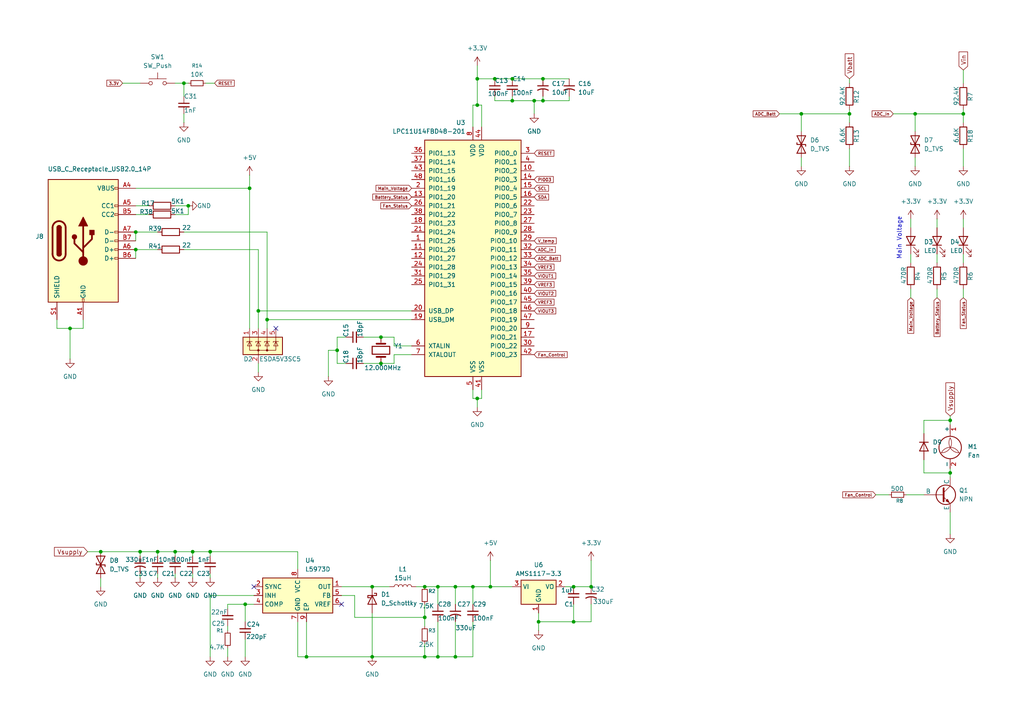
<source format=kicad_sch>
(kicad_sch (version 20250114) (generator "eeschema") (generator_version "9.0")
  (paper "A4")
  (lib_symbols
    (symbol "Connector:USB_C_Receptacle_USB2.0_14P" (pin_names (offset 1.016))
      (property "Reference" "J" (at 0 22.225 0))
      (property "Value" "USB_C_Receptacle_USB2.0_14P" (at 0 19.685 0))
      (symbol "USB_C_Receptacle_USB2.0_14P_1_1"
        (pin passive line (at -7.62 -22.86 90) (length 5.08) (name "SHIELD") (number "S1"))
        (pin passive line (at 0 -22.86 90) (length 5.08) (name "GND") (number "A1"))
        (pin passive line (at 0 -22.86 90) (length 5.08) (hide yes) (name "GND") (number "A12"))
        (pin passive line (at 0 -22.86 90) (length 5.08) (hide yes) (name "GND") (number "B1"))
        (pin passive line (at 0 -22.86 90) (length 5.08) (hide yes) (name "GND") (number "B12"))
        (pin passive line (at 15.24 15.24 180) (length 5.08) (name "VBUS") (number "A4"))
        (pin passive line (at 15.24 15.24 180) (length 5.08) (hide yes) (name "VBUS") (number "A9"))
        (pin passive line (at 15.24 15.24 180) (length 5.08) (hide yes) (name "VBUS") (number "B4"))
        (pin passive line (at 15.24 15.24 180) (length 5.08) (hide yes) (name "VBUS") (number "B9"))
        (pin bidirectional line (at 15.24 10.16 180) (length 5.08) (name "CC1") (number "A5"))
        (pin bidirectional line (at 15.24 7.62 180) (length 5.08) (name "CC2") (number "B5"))
        (pin bidirectional line (at 15.24 2.54 180) (length 5.08) (name "D-") (number "A7"))
        (pin bidirectional line (at 15.24 0 180) (length 5.08) (name "D-") (number "B7"))
        (pin bidirectional line (at 15.24 -2.54 180) (length 5.08) (name "D+") (number "A6"))
        (pin bidirectional line (at 15.24 -5.08 180) (length 5.08) (name "D+") (number "B6"))
      )
    )
    (symbol "Device:C_Small" (pin_numbers (hide yes)) (pin_names (offset 0.254) (hide yes))
      (property "Reference" "C" (at 0.254 1.778 0))
      (property "Value" "C_Small" (at 0.254 -2.032 0))
      (symbol "C_Small_1_1"
        (pin passive line (at 0 2.54 270) (length 2.032) (name "~") (number "1"))
        (pin passive line (at 0 -2.54 90) (length 2.032) (name "~") (number "2"))
      )
    )
    (symbol "Device:C_Small_US" (pin_numbers (hide yes)) (pin_names (offset 0.254) (hide yes))
      (property "Reference" "C" (at 0.254 1.778 0))
      (property "Value" "C_Small_US" (at 0.254 -2.032 0))
      (symbol "C_Small_US_1_1"
        (pin passive line (at 0 2.54 270) (length 2.032) (name "~") (number "1"))
        (pin passive line (at 0 -2.54 90) (length 2.032) (name "~") (number "2"))
      )
    )
    (symbol "Device:Crystal" (pin_numbers (hide yes)) (pin_names (offset 1.016) (hide yes))
      (property "Reference" "Y" (at 0 3.81 0))
      (property "Value" "Crystal" (at 0 -3.81 0))
      (symbol "Crystal_1_1"
        (pin passive line (at -3.81 0 0) (length 1.27) (name "1") (number "1"))
        (pin passive line (at 3.81 0 180) (length 1.27) (name "2") (number "2"))
      )
    )
    (symbol "Device:D" (pin_numbers (hide yes)) (pin_names (offset 1.016) (hide yes))
      (property "Reference" "D" (at 0 2.54 0))
      (property "Value" "D" (at 0 -2.54 0))
      (symbol "D_1_1"
        (pin passive line (at -3.81 0 0) (length 2.54) (name "K") (number "1"))
        (pin passive line (at 3.81 0 180) (length 2.54) (name "A") (number "2"))
      )
    )
    (symbol "Device:D_Schottky" (pin_numbers (hide yes)) (pin_names (offset 1.016) (hide yes))
      (property "Reference" "D" (at 0 2.54 0))
      (property "Value" "D_Schottky" (at 0 -2.54 0))
      (symbol "D_Schottky_1_1"
        (pin passive line (at -3.81 0 0) (length 2.54) (name "K") (number "1"))
        (pin passive line (at 3.81 0 180) (length 2.54) (name "A") (number "2"))
      )
    )
    (symbol "Device:D_TVS" (pin_numbers (hide yes)) (pin_names (offset 1.016) (hide yes))
      (property "Reference" "D" (at 0 2.54 0))
      (property "Value" "D_TVS" (at 0 -2.54 0))
      (symbol "D_TVS_1_1"
        (pin passive line (at -3.81 0 0) (length 2.54) (name "A1") (number "1"))
        (pin passive line (at 3.81 0 180) (length 2.54) (name "A2") (number "2"))
      )
    )
    (symbol "Device:L" (pin_numbers (hide yes)) (pin_names (offset 1.016) (hide yes))
      (property "Reference" "L" (at -1.27 0 90))
      (property "Value" "L" (at 1.905 0 90))
      (symbol "L_1_1"
        (pin passive line (at 0 3.81 270) (length 1.27) (name "1") (number "1"))
        (pin passive line (at 0 -3.81 90) (length 1.27) (name "2") (number "2"))
      )
    )
    (symbol "Device:LED" (pin_numbers (hide yes)) (pin_names (offset 1.016) (hide yes))
      (property "Reference" "D" (at 0 2.54 0))
      (property "Value" "LED" (at 0 -2.54 0))
      (symbol "LED_1_1"
        (pin passive line (at -3.81 0 0) (length 2.54) (name "K") (number "1"))
        (pin passive line (at 3.81 0 180) (length 2.54) (name "A") (number "2"))
      )
    )
    (symbol "Device:R" (pin_numbers (hide yes)) (pin_names (offset 0))
      (property "Reference" "R" (at 2.032 0 90))
      (property "Value" "R" (at 0 0 90))
      (symbol "R_1_1"
        (pin passive line (at 0 3.81 270) (length 1.27) (name "~") (number "1"))
        (pin passive line (at 0 -3.81 90) (length 1.27) (name "~") (number "2"))
      )
    )
    (symbol "Device:R_Small" (pin_numbers (hide yes)) (pin_names (offset 0.254) (hide yes))
      (property "Reference" "R" (at 0 0 90))
      (property "Value" "R_Small" (at 1.778 0 90))
      (symbol "R_Small_1_1"
        (pin passive line (at 0 2.54 270) (length 0.762) (name "~") (number "1"))
        (pin passive line (at 0 -2.54 90) (length 0.762) (name "~") (number "2"))
      )
    )
    (symbol "MCU_NXP_LPC:LPC11U14FBD48-201" (pin_names (offset 1.016))
      (property "Reference" "U" (at -12.7 35.56 0))
      (property "Value" "LPC11U14FBD48-201" (at 12.7 35.56 0))
      (symbol "LPC11U14FBD48-201_1_1"
        (pin bidirectional line (at -17.78 30.48 0) (length 3.81) (name "PIO0_0") (number "3"))
        (pin bidirectional line (at -17.78 27.94 0) (length 3.81) (name "PIO0_1") (number "4"))
        (pin bidirectional line (at -17.78 25.4 0) (length 3.81) (name "PIO0_2") (number "10"))
        (pin bidirectional line (at -17.78 22.86 0) (length 3.81) (name "PIO0_3") (number "14"))
        (pin bidirectional line (at -17.78 20.32 0) (length 3.81) (name "PIO0_4") (number "15"))
        (pin bidirectional line (at -17.78 17.78 0) (length 3.81) (name "PIO0_5") (number "16"))
        (pin bidirectional line (at -17.78 15.24 0) (length 3.81) (name "PIO0_6") (number "22"))
        (pin bidirectional line (at -17.78 12.7 0) (length 3.81) (name "PIO0_7") (number "23"))
        (pin bidirectional line (at -17.78 10.16 0) (length 3.81) (name "PIO0_8") (number "27"))
        (pin bidirectional line (at -17.78 7.62 0) (length 3.81) (name "PIO0_9") (number "28"))
        (pin bidirectional line (at -17.78 5.08 0) (length 3.81) (name "PIO0_10") (number "29"))
        (pin bidirectional line (at -17.78 2.54 0) (length 3.81) (name "PIO0_11") (number "32"))
        (pin bidirectional line (at -17.78 0 0) (length 3.81) (name "PIO0_12") (number "33"))
        (pin bidirectional line (at -17.78 -2.54 0) (length 3.81) (name "PIO0_13") (number "34"))
        (pin bidirectional line (at -17.78 -5.08 0) (length 3.81) (name "PIO0_14") (number "35"))
        (pin bidirectional line (at -17.78 -7.62 0) (length 3.81) (name "PIO0_15") (number "39"))
        (pin bidirectional line (at -17.78 -10.16 0) (length 3.81) (name "PIO0_16") (number "40"))
        (pin bidirectional line (at -17.78 -12.7 0) (length 3.81) (name "PIO0_17") (number "45"))
        (pin bidirectional line (at -17.78 -15.24 0) (length 3.81) (name "PIO0_18") (number "46"))
        (pin bidirectional line (at -17.78 -17.78 0) (length 3.81) (name "PIO0_19") (number "47"))
        (pin bidirectional line (at -17.78 -20.32 0) (length 3.81) (name "PIO0_20") (number "9"))
        (pin bidirectional line (at -17.78 -22.86 0) (length 3.81) (name "PIO0_21") (number "17"))
        (pin bidirectional line (at -17.78 -25.4 0) (length 3.81) (name "PIO0_22") (number "30"))
        (pin bidirectional line (at -17.78 -27.94 0) (length 3.81) (name "PIO0_23") (number "42"))
        (pin power_in line (at -2.54 38.1 270) (length 3.81) (name "VDD") (number "44"))
        (pin power_in line (at -2.54 -38.1 90) (length 3.81) (name "VSS") (number "41"))
        (pin power_in line (at 0 38.1 270) (length 3.81) (name "VDD") (number "8"))
        (pin power_in line (at 0 -38.1 90) (length 3.81) (name "VSS") (number "5"))
        (pin bidirectional line (at 17.78 30.48 180) (length 3.81) (name "PIO1_13") (number "36"))
        (pin bidirectional line (at 17.78 27.94 180) (length 3.81) (name "PIO1_14") (number "37"))
        (pin bidirectional line (at 17.78 25.4 180) (length 3.81) (name "PIO1_15") (number "43"))
        (pin bidirectional line (at 17.78 22.86 180) (length 3.81) (name "PIO1_16") (number "48"))
        (pin bidirectional line (at 17.78 20.32 180) (length 3.81) (name "PIO1_19") (number "2"))
        (pin bidirectional line (at 17.78 17.78 180) (length 3.81) (name "PIO1_20") (number "13"))
        (pin bidirectional line (at 17.78 15.24 180) (length 3.81) (name "PIO1_21") (number "26"))
        (pin bidirectional line (at 17.78 12.7 180) (length 3.81) (name "PIO1_22") (number "38"))
        (pin bidirectional line (at 17.78 10.16 180) (length 3.81) (name "PIO1_23") (number "18"))
        (pin bidirectional line (at 17.78 7.62 180) (length 3.81) (name "PIO1_24") (number "21"))
        (pin bidirectional line (at 17.78 5.08 180) (length 3.81) (name "PIO1_25") (number "1"))
        (pin bidirectional line (at 17.78 2.54 180) (length 3.81) (name "PIO1_26") (number "11"))
        (pin bidirectional line (at 17.78 0 180) (length 3.81) (name "PIO1_27") (number "12"))
        (pin bidirectional line (at 17.78 -2.54 180) (length 3.81) (name "PIO1_28") (number "24"))
        (pin bidirectional line (at 17.78 -5.08 180) (length 3.81) (name "PIO1_29") (number "31"))
        (pin bidirectional line (at 17.78 -7.62 180) (length 3.81) (name "PIO1_31") (number "25"))
        (pin bidirectional line (at 17.78 -15.24 180) (length 3.81) (name "USB_DP") (number "20"))
        (pin bidirectional line (at 17.78 -17.78 180) (length 3.81) (name "USB_DM") (number "19"))
        (pin input line (at 17.78 -25.4 180) (length 3.81) (name "XTALIN") (number "6"))
        (pin output line (at 17.78 -27.94 180) (length 3.81) (name "XTALOUT") (number "7"))
      )
    )
    (symbol "Motor:Fan" (pin_names (offset 0))
      (property "Reference" "M" (at 2.54 5.08 0))
      (property "Value" "Fan" (at 2.54 -2.54 0))
      (symbol "Fan_1_1"
        (pin passive line (at 0 7.62 270) (length 2.54) (name "+") (number "1"))
        (pin passive line (at 0 -5.08 90) (length 2.54) (name "-") (number "2"))
      )
    )
    (symbol "Power_Protection:ESDA5V3SC5" (pin_names (hide yes))
      (property "Reference" "D" (at 7.62 2.54 0))
      (property "Value" "ESDA5V3SC5" (at 7.62 0.635 0))
      (symbol "ESDA5V3SC5_0_0"
        (pin passive line (at 0 -5.08 90) (length 2.54) (name "A") (number "2"))
      )
      (symbol "ESDA5V3SC5_1_1"
        (pin passive line (at -2.54 5.08 270) (length 2.54) (name "K") (number "1"))
        (pin passive line (at 0 5.08 270) (length 2.54) (name "K") (number "3"))
        (pin passive line (at 2.54 5.08 270) (length 2.54) (name "K") (number "4"))
        (pin passive line (at 5.08 5.08 270) (length 2.54) (name "K") (number "5"))
      )
    )
    (symbol "Regulator_Linear:AMS1117-3.3"
      (property "Reference" "U" (at -3.81 3.175 0))
      (property "Value" "AMS1117-3.3" (at 0 3.175 0))
      (symbol "AMS1117-3.3_1_1"
        (pin power_in line (at -7.62 0 0) (length 2.54) (name "VI") (number "3"))
        (pin power_in line (at 0 -7.62 90) (length 2.54) (name "GND") (number "1"))
        (pin power_out line (at 7.62 0 180) (length 2.54) (name "VO") (number "2"))
      )
    )
    (symbol "Regulator_Switching:L5973D"
      (property "Reference" "U" (at -10.16 6.35 0))
      (property "Value" "L5973D" (at 3.81 6.35 0))
      (symbol "L5973D_1_1"
        (pin bidirectional line (at -12.7 2.54 0) (length 2.54) (name "SYNC") (number "2"))
        (pin input line (at -12.7 0 0) (length 2.54) (name "INH") (number "3"))
        (pin passive line (at -12.7 -2.54 0) (length 2.54) (name "COMP") (number "4"))
        (pin power_in line (at 0 7.62 270) (length 2.54) (name "VCC") (number "8"))
        (pin power_in line (at 0 -7.62 90) (length 2.54) (name "GND") (number "7"))
        (pin passive line (at 2.54 -7.62 90) (length 2.54) (name "EP") (number "9"))
        (pin output line (at 12.7 2.54 180) (length 2.54) (name "OUT") (number "1"))
        (pin input line (at 12.7 0 180) (length 2.54) (name "FB") (number "5"))
        (pin output line (at 12.7 -2.54 180) (length 2.54) (name "VREF") (number "6"))
      )
    )
    (symbol "Simulation_SPICE:NPN" (pin_numbers (hide yes)) (pin_names (offset 0))
      (property "Reference" "Q" (at -2.54 7.62 0))
      (property "Value" "NPN" (at -2.54 5.08 0))
      (symbol "NPN_1_1"
        (pin input line (at -5.08 0 0) (length 2.54) (name "B") (number "2"))
        (pin open_collector line (at 2.54 5.08 270) (length 2.54) (name "C") (number "1"))
        (pin open_emitter line (at 2.54 -5.08 90) (length 2.54) (name "E") (number "3"))
      )
    )
    (symbol "changes:SW_Push" (pin_numbers (hide yes)) (pin_names (offset 1.016) (hide yes))
      (property "Reference" "SW" (at 1.27 2.54 0))
      (property "Value" "SW_Push" (at 0 -1.524 0))
      (symbol "SW_Push_0_1"
        (pin passive line (at -5.08 0 0) (length 2.54) (name "1") (number "1"))
        (pin passive line (at 5.08 0 180) (length 2.54) (name "2") (number "2"))
      )
    )
    (symbol "power:+3.3V" (power) (pin_numbers (hide yes)) (pin_names (offset 0) (hide yes))
      (property "Value" "+3.3V" (at 0 3.556 0))
      (symbol "+3.3V_1_1"
        (pin power_in line (at 0 0 90) (length 0) (name "~") (number "1"))
      )
    )
    (symbol "power:+5V" (power) (pin_numbers (hide yes)) (pin_names (offset 0) (hide yes))
      (property "Value" "+5V" (at 0 3.556 0))
      (symbol "+5V_1_1"
        (pin power_in line (at 0 0 90) (length 0) (name "~") (number "1"))
      )
    )
    (symbol "power:GND" (power) (pin_numbers (hide yes)) (pin_names (offset 0) (hide yes))
      (property "Value" "GND" (at 0 -3.81 0))
      (symbol "GND_1_1"
        (pin power_in line (at 0 0 270) (length 0) (name "~") (number "1"))
      )
    )
  )
  (text "Main Voltage\n" (at 260.858 69.088 90) (effects (font (size 1.27 1.27))))
  (junction (at 53.34 24.13))
  (junction (at 77.47 92.71))
  (junction (at 107.95 170.18))
  (junction (at 123.19 179.07))
  (junction (at 55.88 160.02))
  (junction (at 275.59 121.92))
  (junction (at 279.4 33.02))
  (junction (at 123.19 190.5))
  (junction (at 246.38 33.02))
  (junction (at 127 170.18))
  (junction (at 110.49 105.41))
  (junction (at 72.39 54.61))
  (junction (at 97.79 101.6))
  (junction (at 166.37 180.34))
  (junction (at 54.61 59.69))
  (junction (at 29.21 160.02))
  (junction (at 60.96 160.02))
  (junction (at 39.37 67.31))
  (junction (at 107.95 190.5))
  (junction (at 110.49 97.79))
  (junction (at 275.59 137.16))
  (junction (at 50.8 160.02))
  (junction (at 143.51 22.86))
  (junction (at 39.37 72.39))
  (junction (at 157.48 29.21))
  (junction (at 20.32 95.25))
  (junction (at 154.94 29.21))
  (junction (at 127 190.5))
  (junction (at 138.43 30.48))
  (junction (at 132.08 190.5))
  (junction (at 166.37 170.18))
  (junction (at 142.24 170.18))
  (junction (at 156.21 180.34))
  (junction (at 265.43 33.02))
  (junction (at 74.93 90.17))
  (junction (at 88.9 190.5))
  (junction (at 132.08 170.18))
  (junction (at 138.43 115.57))
  (junction (at 137.16 170.18))
  (junction (at 40.64 160.02))
  (junction (at 148.59 29.21))
  (junction (at 232.41 33.02))
  (junction (at 71.12 175.26))
  (junction (at 171.45 170.18))
  (junction (at 157.48 22.86))
  (junction (at 123.19 170.18))
  (junction (at 148.59 22.86))
  (junction (at 138.43 22.86))
  (junction (at 45.72 160.02))
  (no_connect (at 99.06 175.26))
  (no_connect (at 73.66 170.18))
  (no_connect (at 80.01 95.25))
  (wire (pts (xy 54.61 59.69) (xy 50.8 59.69)))
  (wire (pts (xy 66.04 175.26) (xy 66.04 176.53)))
  (wire (pts (xy 139.7 36.83) (xy 139.7 30.48)))
  (wire (pts (xy 232.41 33.02) (xy 246.38 33.02)))
  (wire (pts (xy 232.41 45.72) (xy 232.41 48.26)))
  (wire (pts (xy 279.4 31.75) (xy 279.4 33.02)))
  (wire (pts (xy 53.34 33.02) (xy 53.34 35.56)))
  (wire (pts (xy 40.64 160.02) (xy 40.64 161.29)))
  (wire (pts (xy 275.59 148.59) (xy 275.59 154.94)))
  (wire (pts (xy 123.19 190.5) (xy 107.95 190.5)))
  (wire (pts (xy 74.93 90.17) (xy 74.93 95.25)))
  (wire (pts (xy 53.34 67.31) (xy 77.47 67.31)))
  (wire (pts (xy 171.45 162.56) (xy 171.45 170.18)))
  (wire (pts (xy 55.88 160.02) (xy 60.96 160.02)))
  (wire (pts (xy 53.34 24.13) (xy 53.34 27.94)))
  (wire (pts (xy 45.72 67.31) (xy 39.37 67.31)))
  (wire (pts (xy 154.94 29.21) (xy 157.48 29.21)))
  (wire (pts (xy 127 190.5) (xy 123.19 190.5)))
  (wire (pts (xy 138.43 115.57) (xy 138.43 118.11)))
  (wire (pts (xy 166.37 180.34) (xy 156.21 180.34)))
  (wire (pts (xy 267.97 137.16) (xy 275.59 137.16)))
  (wire (pts (xy 275.59 121.92) (xy 275.59 123.19)))
  (wire (pts (xy 73.66 175.26) (xy 71.12 175.26)))
  (wire (pts (xy 45.72 72.39) (xy 39.37 72.39)))
  (wire (pts (xy 102.87 172.72) (xy 102.87 179.07)))
  (wire (pts (xy 66.04 187.96) (xy 66.04 190.5)))
  (wire (pts (xy 114.3 102.87) (xy 114.3 105.41)))
  (wire (pts (xy 74.93 90.17) (xy 119.38 90.17)))
  (wire (pts (xy 29.21 167.64) (xy 29.21 170.18)))
  (wire (pts (xy 267.97 121.92) (xy 275.59 121.92)))
  (wire (pts (xy 148.59 29.21) (xy 154.94 29.21)))
  (wire (pts (xy 105.41 97.79) (xy 110.49 97.79)))
  (wire (pts (xy 97.79 101.6) (xy 95.25 101.6)))
  (wire (pts (xy 119.38 102.87) (xy 114.3 102.87)))
  (wire (pts (xy 138.43 115.57) (xy 139.7 115.57)))
  (wire (pts (xy 264.16 73.66) (xy 264.16 76.2)))
  (wire (pts (xy 97.79 97.79) (xy 97.79 101.6)))
  (wire (pts (xy 143.51 29.21) (xy 143.51 27.94)))
  (wire (pts (xy 119.38 100.33) (xy 114.3 100.33)))
  (wire (pts (xy 275.59 135.89) (xy 275.59 137.16)))
  (wire (pts (xy 137.16 175.26) (xy 137.16 170.18)))
  (wire (pts (xy 40.64 160.02) (xy 45.72 160.02)))
  (wire (pts (xy 148.59 22.86) (xy 157.48 22.86)))
  (wire (pts (xy 54.61 62.23) (xy 54.61 59.69)))
  (wire (pts (xy 114.3 100.33) (xy 114.3 97.79)))
  (wire (pts (xy 275.59 137.16) (xy 275.59 138.43)))
  (wire (pts (xy 271.78 73.66) (xy 271.78 76.2)))
  (wire (pts (xy 156.21 180.34) (xy 156.21 182.88)))
  (wire (pts (xy 138.43 30.48) (xy 139.7 30.48)))
  (wire (pts (xy 279.4 33.02) (xy 279.4 35.56)))
  (wire (pts (xy 72.39 54.61) (xy 72.39 95.25)))
  (wire (pts (xy 16.51 92.71) (xy 16.51 95.25)))
  (wire (pts (xy 97.79 105.41) (xy 100.33 105.41)))
  (wire (pts (xy 39.37 67.31) (xy 39.37 69.85)))
  (wire (pts (xy 74.93 72.39) (xy 74.93 90.17)))
  (wire (pts (xy 137.16 180.34) (xy 137.16 190.5)))
  (wire (pts (xy 43.18 59.69) (xy 39.37 59.69)))
  (wire (pts (xy 254 143.51) (xy 257.81 143.51)))
  (wire (pts (xy 110.49 97.79) (xy 114.3 97.79)))
  (wire (pts (xy 265.43 33.02) (xy 265.43 38.1)))
  (wire (pts (xy 137.16 30.48) (xy 138.43 30.48)))
  (wire (pts (xy 137.16 113.03) (xy 137.16 115.57)))
  (wire (pts (xy 107.95 170.18) (xy 113.03 170.18)))
  (wire (pts (xy 53.34 24.13) (xy 54.61 24.13)))
  (wire (pts (xy 259.08 33.02) (xy 265.43 33.02)))
  (wire (pts (xy 157.48 29.21) (xy 165.1 29.21)))
  (wire (pts (xy 29.21 160.02) (xy 40.64 160.02)))
  (wire (pts (xy 166.37 170.18) (xy 171.45 170.18)))
  (wire (pts (xy 66.04 181.61) (xy 66.04 182.88)))
  (wire (pts (xy 39.37 54.61) (xy 72.39 54.61)))
  (wire (pts (xy 171.45 180.34) (xy 166.37 180.34)))
  (wire (pts (xy 132.08 170.18) (xy 137.16 170.18)))
  (wire (pts (xy 127 170.18) (xy 132.08 170.18)))
  (wire (pts (xy 137.16 115.57) (xy 138.43 115.57)))
  (wire (pts (xy 60.96 160.02) (xy 86.36 160.02)))
  (wire (pts (xy 279.4 73.66) (xy 279.4 76.2)))
  (wire (pts (xy 137.16 190.5) (xy 132.08 190.5)))
  (wire (pts (xy 226.06 33.02) (xy 232.41 33.02)))
  (wire (pts (xy 71.12 175.26) (xy 71.12 180.34)))
  (wire (pts (xy 132.08 190.5) (xy 127 190.5)))
  (wire (pts (xy 142.24 170.18) (xy 148.59 170.18)))
  (wire (pts (xy 165.1 29.21) (xy 165.1 27.94)))
  (wire (pts (xy 55.88 161.29) (xy 55.88 160.02)))
  (wire (pts (xy 110.49 105.41) (xy 114.3 105.41)))
  (wire (pts (xy 265.43 33.02) (xy 279.4 33.02)))
  (wire (pts (xy 279.4 83.82) (xy 279.4 86.36)))
  (wire (pts (xy 66.04 175.26) (xy 71.12 175.26)))
  (wire (pts (xy 143.51 29.21) (xy 148.59 29.21)))
  (wire (pts (xy 50.8 62.23) (xy 54.61 62.23)))
  (wire (pts (xy 24.13 95.25) (xy 20.32 95.25)))
  (wire (pts (xy 123.19 170.18) (xy 127 170.18)))
  (wire (pts (xy 77.47 92.71) (xy 77.47 95.25)))
  (wire (pts (xy 132.08 180.34) (xy 132.08 190.5)))
  (wire (pts (xy 132.08 175.26) (xy 132.08 170.18)))
  (wire (pts (xy 264.16 63.5) (xy 264.16 66.04)))
  (wire (pts (xy 148.59 29.21) (xy 148.59 27.94)))
  (wire (pts (xy 55.88 166.37) (xy 55.88 167.64)))
  (wire (pts (xy 20.32 95.25) (xy 20.32 104.14)))
  (wire (pts (xy 246.38 31.75) (xy 246.38 33.02)))
  (wire (pts (xy 50.8 166.37) (xy 50.8 167.64)))
  (wire (pts (xy 60.96 166.37) (xy 60.96 167.64)))
  (wire (pts (xy 99.06 170.18) (xy 107.95 170.18)))
  (wire (pts (xy 39.37 72.39) (xy 39.37 74.93)))
  (wire (pts (xy 72.39 50.8) (xy 72.39 54.61)))
  (wire (pts (xy 271.78 63.5) (xy 271.78 66.04)))
  (wire (pts (xy 127 180.34) (xy 127 190.5)))
  (wire (pts (xy 271.78 83.82) (xy 271.78 86.36)))
  (wire (pts (xy 123.19 186.69) (xy 123.19 190.5)))
  (wire (pts (xy 60.96 172.72) (xy 73.66 172.72)))
  (wire (pts (xy 279.4 63.5) (xy 279.4 66.04)))
  (wire (pts (xy 35.56 24.13) (xy 40.64 24.13)))
  (wire (pts (xy 50.8 160.02) (xy 55.88 160.02)))
  (wire (pts (xy 40.64 166.37) (xy 40.64 167.64)))
  (wire (pts (xy 88.9 190.5) (xy 86.36 190.5)))
  (wire (pts (xy 74.93 105.41) (xy 74.93 107.95)))
  (wire (pts (xy 86.36 160.02) (xy 86.36 165.1)))
  (wire (pts (xy 60.96 172.72) (xy 60.96 190.5)))
  (wire (pts (xy 107.95 177.8) (xy 107.95 190.5)))
  (wire (pts (xy 267.97 133.35) (xy 267.97 137.16)))
  (wire (pts (xy 138.43 22.86) (xy 138.43 30.48)))
  (wire (pts (xy 246.38 22.86) (xy 246.38 24.13)))
  (wire (pts (xy 137.16 170.18) (xy 142.24 170.18)))
  (wire (pts (xy 59.69 24.13) (xy 62.23 24.13)))
  (wire (pts (xy 53.34 72.39) (xy 74.93 72.39)))
  (wire (pts (xy 25.4 160.02) (xy 29.21 160.02)))
  (wire (pts (xy 60.96 161.29) (xy 60.96 160.02)))
  (wire (pts (xy 97.79 101.6) (xy 97.79 105.41)))
  (wire (pts (xy 16.51 95.25) (xy 20.32 95.25)))
  (wire (pts (xy 45.72 160.02) (xy 50.8 160.02)))
  (wire (pts (xy 246.38 33.02) (xy 246.38 35.56)))
  (wire (pts (xy 71.12 185.42) (xy 71.12 190.5)))
  (wire (pts (xy 123.19 175.26) (xy 123.19 179.07)))
  (wire (pts (xy 171.45 175.26) (xy 171.45 180.34)))
  (wire (pts (xy 166.37 175.26) (xy 166.37 180.34)))
  (wire (pts (xy 97.79 97.79) (xy 100.33 97.79)))
  (wire (pts (xy 99.06 172.72) (xy 102.87 172.72)))
  (wire (pts (xy 123.19 179.07) (xy 123.19 181.61)))
  (wire (pts (xy 107.95 190.5) (xy 88.9 190.5)))
  (wire (pts (xy 157.48 29.21) (xy 157.48 27.94)))
  (wire (pts (xy 127 175.26) (xy 127 170.18)))
  (wire (pts (xy 157.48 22.86) (xy 165.1 22.86)))
  (wire (pts (xy 154.94 29.21) (xy 154.94 33.02)))
  (wire (pts (xy 137.16 36.83) (xy 137.16 30.48)))
  (wire (pts (xy 102.87 179.07) (xy 123.19 179.07)))
  (wire (pts (xy 142.24 162.56) (xy 142.24 170.18)))
  (wire (pts (xy 246.38 43.18) (xy 246.38 48.26)))
  (wire (pts (xy 24.13 92.71) (xy 24.13 95.25)))
  (wire (pts (xy 232.41 33.02) (xy 232.41 38.1)))
  (wire (pts (xy 143.51 22.86) (xy 148.59 22.86)))
  (wire (pts (xy 267.97 125.73) (xy 267.97 121.92)))
  (wire (pts (xy 43.18 62.23) (xy 39.37 62.23)))
  (wire (pts (xy 264.16 83.82) (xy 264.16 86.36)))
  (wire (pts (xy 45.72 166.37) (xy 45.72 167.64)))
  (wire (pts (xy 275.59 120.65) (xy 275.59 121.92)))
  (wire (pts (xy 279.4 43.18) (xy 279.4 48.26)))
  (wire (pts (xy 262.89 143.51) (xy 267.97 143.51)))
  (wire (pts (xy 45.72 161.29) (xy 45.72 160.02)))
  (wire (pts (xy 105.41 105.41) (xy 110.49 105.41)))
  (wire (pts (xy 156.21 177.8) (xy 156.21 180.34)))
  (wire (pts (xy 50.8 161.29) (xy 50.8 160.02)))
  (wire (pts (xy 86.36 180.34) (xy 86.36 190.5)))
  (wire (pts (xy 120.65 170.18) (xy 123.19 170.18)))
  (wire (pts (xy 77.47 92.71) (xy 119.38 92.71)))
  (wire (pts (xy 50.8 24.13) (xy 53.34 24.13)))
  (wire (pts (xy 95.25 101.6) (xy 95.25 109.22)))
  (wire (pts (xy 265.43 45.72) (xy 265.43 48.26)))
  (wire (pts (xy 279.4 20.32) (xy 279.4 24.13)))
  (wire (pts (xy 138.43 22.86) (xy 143.51 22.86)))
  (wire (pts (xy 88.9 180.34) (xy 88.9 190.5)))
  (wire (pts (xy 138.43 19.05) (xy 138.43 22.86)))
  (wire (pts (xy 163.83 170.18) (xy 166.37 170.18)))
  (wire (pts (xy 139.7 115.57) (xy 139.7 113.03)))
  (wire (pts (xy 77.47 67.31) (xy 77.47 92.71)))
  (global_label "Fan_Status" (shape input) (at 119.38 59.69 180) (effects (font (size 0.889 0.889))) (property "Intersheetrefs" "${INTERSHEET_REFS}" (effects (hide yes))))
  (global_label "V_temp" (shape input) (at 154.94 69.85 0) (effects (font (size 0.889 0.889))) (property "Intersheetrefs" "${INTERSHEET_REFS}" (effects (hide yes))))
  (global_label "ADC_Batt" (shape input) (at 226.06 33.02 180) (effects (font (size 0.889 0.889))) (property "Intersheetrefs" "${INTERSHEET_REFS}" (effects (hide yes))))
  (global_label "Main_Voltage" (shape input) (at 119.38 54.61 180) (effects (font (size 0.889 0.889))) (property "Intersheetrefs" "${INTERSHEET_REFS}" (effects (hide yes))))
  (global_label "VREF3" (shape input) (at 154.94 82.55 0) (effects (font (size 0.889 0.889))) (property "Intersheetrefs" "${INTERSHEET_REFS}" (effects (hide yes))))
  (global_label "Battery_Status" (shape input) (at 119.38 57.15 180) (effects (font (size 0.889 0.889))) (property "Intersheetrefs" "${INTERSHEET_REFS}" (effects (hide yes))))
  (global_label "Vsupply" (shape input) (at 25.4 160.02 180) (property "Intersheetrefs" "${INTERSHEET_REFS}" (effects (hide yes))))
  (global_label "RESET" (shape input) (at 154.94 44.45 0) (effects (font (size 0.889 0.889))) (property "Intersheetrefs" "${INTERSHEET_REFS}" (effects (hide yes))))
  (global_label "SDA" (shape input) (at 154.94 57.15 0) (effects (font (size 0.889 0.889))) (property "Intersheetrefs" "${INTERSHEET_REFS}" (effects (hide yes))))
  (global_label "ADC_In" (shape input) (at 259.08 33.02 180) (effects (font (size 0.889 0.889))) (property "Intersheetrefs" "${INTERSHEET_REFS}" (effects (hide yes))))
  (global_label "Vin" (shape input) (at 279.4 20.32 90) (property "Intersheetrefs" "${INTERSHEET_REFS}" (effects (hide yes))))
  (global_label "ADC_In" (shape input) (at 154.94 72.39 0) (effects (font (size 0.889 0.889))) (property "Intersheetrefs" "${INTERSHEET_REFS}" (effects (hide yes))))
  (global_label "SCL" (shape input) (at 154.94 54.61 0) (effects (font (size 0.889 0.889))) (property "Intersheetrefs" "${INTERSHEET_REFS}" (effects (hide yes))))
  (global_label "VIOUT2" (shape input) (at 154.94 85.09 0) (effects (font (size 0.889 0.889))) (property "Intersheetrefs" "${INTERSHEET_REFS}" (effects (hide yes))))
  (global_label "VREF3" (shape input) (at 154.94 77.47 0) (effects (font (size 0.889 0.889))) (property "Intersheetrefs" "${INTERSHEET_REFS}" (effects (hide yes))))
  (global_label "ADC_Batt" (shape input) (at 154.94 74.93 0) (effects (font (size 0.889 0.889))) (property "Intersheetrefs" "${INTERSHEET_REFS}" (effects (hide yes))))
  (global_label "PI003" (shape input) (at 154.94 52.07 0) (effects (font (size 0.889 0.889))) (property "Intersheetrefs" "${INTERSHEET_REFS}" (effects (hide yes))))
  (global_label "VREF3" (shape input) (at 154.94 87.63 0) (effects (font (size 0.889 0.889))) (property "Intersheetrefs" "${INTERSHEET_REFS}" (effects (hide yes))))
  (global_label "Vbatt" (shape input) (at 246.38 22.86 90) (property "Intersheetrefs" "${INTERSHEET_REFS}" (effects (hide yes))))
  (global_label "Main_Voltage" (shape input) (at 264.16 86.36 270) (effects (font (size 0.889 0.889))) (property "Intersheetrefs" "${INTERSHEET_REFS}" (effects (hide yes))))
  (global_label "Battery_Status" (shape input) (at 271.78 86.36 270) (effects (font (size 0.889 0.889))) (property "Intersheetrefs" "${INTERSHEET_REFS}" (effects (hide yes))))
  (global_label "RESET" (shape input) (at 62.23 24.13 0) (effects (font (size 0.889 0.889))) (property "Intersheetrefs" "${INTERSHEET_REFS}" (effects (hide yes))))
  (global_label "Fan_Status" (shape input) (at 279.4 86.36 270) (effects (font (size 0.889 0.889))) (property "Intersheetrefs" "${INTERSHEET_REFS}" (effects (hide yes))))
  (global_label "3.3V" (shape input) (at 35.56 24.13 180) (effects (font (size 0.889 0.889))) (property "Intersheetrefs" "${INTERSHEET_REFS}" (effects (hide yes))))
  (global_label "Fan_Control" (shape input) (at 254 143.51 180) (effects (font (size 0.889 0.889))) (property "Intersheetrefs" "${INTERSHEET_REFS}" (effects (hide yes))))
  (global_label "Vsupply" (shape input) (at 275.59 120.65 90) (property "Intersheetrefs" "${INTERSHEET_REFS}" (effects (hide yes))))
  (global_label "Fan_Control" (shape input) (at 154.94 102.87 0) (effects (font (size 0.889 0.889))) (property "Intersheetrefs" "${INTERSHEET_REFS}" (effects (hide yes))))
  (global_label "VIOUT3" (shape input) (at 154.94 90.17 0) (effects (font (size 0.889 0.889))) (property "Intersheetrefs" "${INTERSHEET_REFS}" (effects (hide yes))))
  (global_label "VIOUT1" (shape input) (at 154.94 80.01 0) (effects (font (size 0.889 0.889))) (property "Intersheetrefs" "${INTERSHEET_REFS}" (effects (hide yes))))
  (symbol (lib_id "power:GND") (at 40.64 167.64 0) (unit 1)
    (property "Reference" "#PWR060" (effects (hide yes)))
    (property "Value" "GND" (at 40.64 172.72 0))
    (property "Description" "Power symbol creates a global label with name \"GND\" , ground" (effects (hide yes)))
  )
  (symbol (lib_id "Device:R_Small") (at 123.19 184.15 0) (unit 1)
    (property "Reference" "R3" (at 124.206 182.88 0) (effects (font (size 1.016 1.016)) (justify left)))
    (property "Value" "2.5K" (at 121.412 186.944 0) (effects (justify left)))
    (property "Description" "Resistor, small symbol" (effects (hide yes)))
  )
  (symbol (lib_id "power:GND") (at 279.4 48.26 0) (unit 1)
    (property "Reference" "#PWR058" (effects (hide yes)))
    (property "Value" "GND" (at 279.4 53.34 0))
    (property "Description" "Power symbol creates a global label with name \"GND\" , ground" (effects (hide yes)))
  )
  (symbol (lib_id "Device:C_Small") (at 102.87 97.79 90) (unit 1)
    (property "Reference" "C15" (at 100.33 97.79 0) (effects (justify left)))
    (property "Value" "18pF" (at 104.394 97.79 0) (effects (justify left)))
    (property "Description" "Unpolarized capacitor, small symbol" (effects (hide yes)))
  )
  (symbol (lib_id "Device:R") (at 279.4 80.01 0) (mirror x) (unit 1)
    (property "Reference" "R6" (at 281.4402 80.1245 90))
    (property "Value" "470R" (at 277.3762 79.8705 90))
    (property "Footprint" "Resistor_SMD:R_0603_1608Metric" (effects (hide yes)))
    (property "Vendor" "RND" (effects (hide yes)))
  )
  (symbol (lib_id "Device:D_TVS") (at 232.41 41.91 90) (unit 1)
    (property "Reference" "D6" (at 234.95 40.6399 90) (effects (justify right)))
    (property "Value" "D_TVS" (at 234.95 43.1799 90) (effects (justify right)))
    (property "Description" "Bidirectional transient-voltage-suppression diode" (effects (hide yes)))
  )
  (symbol (lib_id "Regulator_Linear:AMS1117-3.3") (at 156.21 170.18 0) (unit 1)
    (property "Reference" "U6" (at 156.21 163.83 0))
    (property "Value" "AMS1117-3.3" (at 156.21 166.37 0))
    (property "Footprint" "Package_TO_SOT_SMD:SOT-223-3_TabPin2" (effects (hide yes)))
    (property "Datasheet" "http://www.advanced-monolithic.com/pdf/ds1117.pdf" (effects (hide yes)))
    (property "Description" "1A Low Dropout regulator, positive, 3.3V fixed output, SOT-223" (effects (hide yes)))
  )
  (symbol (lib_id "Device:C_Small") (at 53.34 30.48 0) (unit 1)
    (property "Reference" "C31" (at 53.34 27.94 0) (effects (justify left)))
    (property "Value" "1nF" (at 53.34 32.004 0) (effects (justify left)))
    (property "Description" "Unpolarized capacitor, small symbol" (effects (hide yes)))
  )
  (symbol (lib_id "power:GND") (at 60.96 167.64 0) (unit 1)
    (property "Reference" "#PWR07" (effects (hide yes)))
    (property "Value" "GND" (at 60.96 172.72 0))
    (property "Description" "Power symbol creates a global label with name \"GND\" , ground" (effects (hide yes)))
  )
  (symbol (lib_id "Device:R") (at 49.53 72.39 90) (mirror x) (unit 1)
    (property "Reference" "R41" (at 44.958 71.374 90))
    (property "Value" "22" (at 54.102 71.12 90))
    (property "Footprint" "Resistor_SMD:R_0603_1608Metric" (effects (hide yes)))
    (property "Vendor" "RND" (effects (hide yes)))
  )
  (symbol (lib_id "Device:R") (at 46.99 62.23 90) (mirror x) (unit 1)
    (property "Reference" "R38" (at 42.418 61.468 90))
    (property "Value" "5K1" (at 51.562 61.214 90))
    (property "Footprint" "Resistor_SMD:R_0603_1608Metric" (effects (hide yes)))
    (property "Vendor" "RND" (effects (hide yes)))
  )
  (symbol (lib_id "Device:C_Small") (at 143.51 25.4 0) (unit 1)
    (property "Reference" "C13" (at 143.51 23.368 0) (effects (justify left)))
    (property "Value" "100nF" (at 141.478 27.178 0) (effects (justify left)))
    (property "Description" "Unpolarized capacitor, small symbol" (effects (hide yes)))
  )
  (symbol (lib_id "MCU_NXP_LPC:LPC11U14FBD48-201") (at 137.16 74.93 0) (mirror y) (unit 1)
    (property "Reference" "U3" (at 135.0167 35.56 0) (effects (justify left)))
    (property "Value" "LPC11U14FBD48-201" (at 135.0167 38.1 0) (effects (justify left)))
    (property "Footprint" "Package_QFP:LQFP-48_7x7mm_P0.5mm" (effects (hide yes)))
    (property "Datasheet" "http://www.nxp.com/docs/en/data-sheet/LPC11U1X.pdf" (effects (hide yes)))
    (property "Description" "32-bit ARM Cortex-M0 microcontroller, USB, 32KB flash, 6KB SRAM" (effects (hide yes)))
  )
  (symbol (lib_id "Device:C_Small") (at 45.72 163.83 180) (unit 1)
    (property "Reference" "C7" (at 45.72 166.37 0) (effects (justify left)))
    (property "Value" "1nF" (at 45.72 162.306 0) (effects (justify left)))
    (property "Description" "Unpolarized capacitor, small symbol" (effects (hide yes)))
  )
  (symbol (lib_id "Simulation_SPICE:NPN") (at 273.05 143.51 0) (unit 1)
    (property "Reference" "Q1" (at 278.13 142.2399 0) (effects (justify left)))
    (property "Value" "NPN" (at 278.13 144.7799 0) (effects (justify left)))
    (property "Datasheet" "https://ngspice.sourceforge.io/docs/ngspice-html-manual/manual.xhtml#cha_BJTs" (effects (hide yes)))
    (property "Description" "Bipolar transistor symbol for simulation only, substrate tied to the emitter" (effects (hide yes)))
    (property "Sim.Device" "NPN" (effects (hide yes)))
    (property "Sim.Type" "GUMMELPOON" (effects (hide yes)))
    (property "Sim.Pins" "1=C 2=B 3=E" (effects (hide yes)))
  )
  (symbol (lib_id "Device:D") (at 267.97 129.54 270) (unit 1)
    (property "Reference" "D9" (at 270.51 128.2699 90) (effects (justify left)))
    (property "Value" "D" (at 270.51 130.8099 90) (effects (justify left)))
    (property "Description" "Diode" (effects (hide yes)))
    (property "Sim.Device" "D" (effects (hide yes)))
    (property "Sim.Pins" "1=K 2=A" (effects (hide yes)))
  )
  (symbol (lib_id "power:GND") (at 55.88 167.64 0) (unit 1)
    (property "Reference" "#PWR08" (effects (hide yes)))
    (property "Value" "GND" (at 55.88 172.72 0))
    (property "Description" "Power symbol creates a global label with name \"GND\" , ground" (effects (hide yes)))
  )
  (symbol (lib_id "Device:R") (at 264.16 80.01 0) (mirror x) (unit 1)
    (property "Reference" "R4" (at 266.2002 80.1245 90))
    (property "Value" "470R" (at 262.1362 79.8705 90))
    (property "Footprint" "Resistor_SMD:R_0603_1608Metric" (effects (hide yes)))
    (property "Vendor" "RND" (effects (hide yes)))
  )
  (symbol (lib_id "Device:R_Small") (at 260.35 143.51 270) (unit 1)
    (property "Reference" "R8" (at 259.842 145.288 90) (effects (font (size 1.016 1.016)) (justify left)))
    (property "Value" "500" (at 258.318 141.732 90) (effects (justify left)))
    (property "Description" "Resistor, small symbol" (effects (hide yes)))
  )
  (symbol (lib_id "Device:L") (at 116.84 170.18 90) (unit 1)
    (property "Reference" "L1" (at 116.84 165.1 90))
    (property "Value" "15uH" (at 116.84 167.64 90))
    (property "Description" "Inductor" (effects (hide yes)))
  )
  (symbol (lib_id "Device:R") (at 46.99 59.69 90) (mirror x) (unit 1)
    (property "Reference" "R17" (at 42.926 58.928 90))
    (property "Value" "5K1" (at 51.562 58.42 90))
    (property "Footprint" "Resistor_SMD:R_0603_1608Metric" (effects (hide yes)))
    (property "Vendor" "RND" (effects (hide yes)))
  )
  (symbol (lib_id "power:GND") (at 275.59 154.94 0) (unit 1)
    (property "Reference" "#PWR053" (effects (hide yes)))
    (property "Value" "GND" (at 275.59 160.02 0))
    (property "Description" "Power symbol creates a global label with name \"GND\" , ground" (effects (hide yes)))
  )
  (symbol (lib_id "Device:C_Small") (at 50.8 163.83 180) (unit 1)
    (property "Reference" "C21" (at 50.8 166.37 0) (effects (justify left)))
    (property "Value" "10nF" (at 50.8 162.306 0) (effects (justify left)))
    (property "Description" "Unpolarized capacitor, small symbol" (effects (hide yes)))
  )
  (symbol (lib_id "Device:D_Schottky") (at 107.95 173.99 270) (unit 1)
    (property "Reference" "D1" (at 110.49 172.4024 90) (effects (justify left)))
    (property "Value" "D_Schottky" (at 110.49 174.9424 90) (effects (justify left)))
    (property "Description" "Schottky diode" (effects (hide yes)))
  )
  (symbol (lib_id "power:GND") (at 154.94 33.02 0) (unit 1)
    (property "Reference" "#PWR014" (effects (hide yes)))
    (property "Value" "GND" (at 154.94 38.1 0))
    (property "Description" "Power symbol creates a global label with name \"GND\" , ground" (effects (hide yes)))
  )
  (symbol (lib_id "Device:C_Small_US") (at 171.45 172.72 0) (unit 1)
    (property "Reference" "C32" (at 171.45 170.942 0) (effects (justify left)))
    (property "Value" "330uF" (at 171.958 174.498 0) (effects (justify left)))
    (property "Description" "capacitor, small US symbol" (effects (hide yes)))
  )
  (symbol (lib_id "power:GND") (at 60.96 190.5 0) (unit 1)
    (property "Reference" "#PWR028" (effects (hide yes)))
    (property "Value" "GND" (at 60.96 195.58 0))
    (property "Description" "Power symbol creates a global label with name \"GND\" , ground" (effects (hide yes)))
  )
  (symbol (lib_id "power:GND") (at 232.41 48.26 0) (unit 1)
    (property "Reference" "#PWR057" (effects (hide yes)))
    (property "Value" "GND" (at 232.41 53.34 0))
    (property "Description" "Power symbol creates a global label with name \"GND\" , ground" (effects (hide yes)))
  )
  (symbol (lib_id "power:GND") (at 265.43 48.26 0) (unit 1)
    (property "Reference" "#PWR059" (effects (hide yes)))
    (property "Value" "GND" (at 265.43 53.34 0))
    (property "Description" "Power symbol creates a global label with name \"GND\" , ground" (effects (hide yes)))
  )
  (symbol (lib_id "Device:C_Small") (at 102.87 105.41 90) (unit 1)
    (property "Reference" "C18" (at 100.33 105.41 0) (effects (justify left)))
    (property "Value" "18pF" (at 104.394 105.41 0) (effects (justify left)))
    (property "Description" "Unpolarized capacitor, small symbol" (effects (hide yes)))
  )
  (symbol (lib_id "Device:C_Small") (at 71.12 182.88 180) (unit 1)
    (property "Reference" "C24" (at 75.438 181.102 0) (effects (justify left)))
    (property "Value" "220pF" (at 77.47 184.658 0) (effects (justify left)))
    (property "Description" "Unpolarized capacitor, small symbol" (effects (hide yes)))
  )
  (symbol (lib_id "Device:R_Small") (at 123.19 172.72 0) (unit 1)
    (property "Reference" "R2" (at 124.206 171.45 0) (effects (font (size 1.016 1.016)) (justify left)))
    (property "Value" "7.5K" (at 121.412 175.768 0) (effects (justify left)))
    (property "Description" "Resistor, small symbol" (effects (hide yes)))
  )
  (symbol (lib_id "Device:R") (at 246.38 39.37 0) (mirror x) (unit 1)
    (property "Reference" "R13" (at 248.4202 39.4845 90))
    (property "Value" "6.6K" (at 244.3562 39.2305 90))
    (property "Footprint" "Resistor_SMD:R_0603_1608Metric" (effects (hide yes)))
    (property "Vendor" "RND" (effects (hide yes)))
  )
  (symbol (lib_id "power:GND") (at 95.25 109.22 0) (unit 1)
    (property "Reference" "#PWR013" (effects (hide yes)))
    (property "Value" "GND" (at 95.25 114.3 0))
    (property "Description" "Power symbol creates a global label with name \"GND\" , ground" (effects (hide yes)))
  )
  (symbol (lib_id "Device:R") (at 271.78 80.01 0) (mirror x) (unit 1)
    (property "Reference" "R5" (at 273.8202 80.1245 90))
    (property "Value" "470R" (at 269.7562 79.8705 90))
    (property "Footprint" "Resistor_SMD:R_0603_1608Metric" (effects (hide yes)))
    (property "Vendor" "RND" (effects (hide yes)))
  )
  (symbol (lib_id "Device:C_Small") (at 55.88 163.83 180) (unit 1)
    (property "Reference" "C22" (at 55.88 166.37 0) (effects (justify left)))
    (property "Value" "100nF" (at 55.88 162.306 0) (effects (justify left)))
    (property "Description" "Unpolarized capacitor, small symbol" (effects (hide yes)))
  )
  (symbol (lib_id "power:GND") (at 50.8 167.64 0) (unit 1)
    (property "Reference" "#PWR09" (effects (hide yes)))
    (property "Value" "GND" (at 50.8 172.72 0))
    (property "Description" "Power symbol creates a global label with name \"GND\" , ground" (effects (hide yes)))
  )
  (symbol (lib_id "power:+3.3V") (at 271.78 63.5 0) (unit 1)
    (property "Reference" "#PWR031" (effects (hide yes)))
    (property "Value" "+3.3V" (at 271.78 58.42 0))
    (property "Description" "Power symbol creates a global label with name \"+3.3V\"" (effects (hide yes)))
  )
  (symbol (lib_id "Device:R_Small") (at 57.15 24.13 270) (unit 1)
    (property "Reference" "R14" (at 57.15 19.05 90) (effects (font (size 1.016 1.016))))
    (property "Value" "10K" (at 57.15 21.59 90))
    (property "Description" "Resistor, small symbol" (effects (hide yes)))
  )
  (symbol (lib_id "power:GND") (at 107.95 190.5 0) (unit 1)
    (property "Reference" "#PWR029" (effects (hide yes)))
    (property "Value" "GND" (at 107.95 195.58 0))
    (property "Description" "Power symbol creates a global label with name \"GND\" , ground" (effects (hide yes)))
  )
  (symbol (lib_id "power:+3.3V") (at 279.4 63.5 0) (unit 1)
    (property "Reference" "#PWR032" (effects (hide yes)))
    (property "Value" "+3.3V" (at 279.4 58.42 0))
    (property "Description" "Power symbol creates a global label with name \"+3.3V\"" (effects (hide yes)))
  )
  (symbol (lib_id "Regulator_Switching:L5973D") (at 86.36 172.72 0) (unit 1)
    (property "Reference" "U4" (at 88.5033 162.56 0) (effects (justify left)))
    (property "Value" "L5973D" (at 88.5033 165.1 0) (effects (justify left)))
    (property "Footprint" "Package_SO:HSOP-8-1EP_3.9x4.9mm_P1.27mm_EP2.41x3.1mm_ThermalVias" (effects (hide yes)))
    (property "Datasheet" "http://www.st.com/resource/en/datasheet/l5973d.pdf" (effects (hide yes)))
    (property "Description" "2.5A step down switching regulator, HSOP-8" (effects (hide yes)))
  )
  (symbol (lib_id "Device:LED") (at 264.16 69.85 90) (unit 1)
    (property "Reference" "D3" (at 267.97 70.1674 90) (effects (justify right)))
    (property "Value" "LED" (at 267.97 72.7074 90) (effects (justify right)))
    (property "Description" "Light emitting diode" (effects (hide yes)))
    (property "Sim.Pins" "1=K 2=A" (effects (hide yes)))
  )
  (symbol (lib_id "Device:Crystal") (at 110.49 101.6 90) (unit 1)
    (property "Reference" "Y1" (at 114.3 100.3299 90) (effects (justify right)))
    (property "Value" "12.000MHz" (at 105.664 106.68 90) (effects (justify right)))
    (property "Description" "Two pin crystal" (effects (hide yes)))
  )
  (symbol (lib_id "power:GND") (at 246.38 48.26 0) (unit 1)
    (property "Reference" "#PWR055" (effects (hide yes)))
    (property "Value" "GND" (at 246.38 53.34 0))
    (property "Description" "Power symbol creates a global label with name \"GND\" , ground" (effects (hide yes)))
  )
  (symbol (lib_id "Motor:Fan") (at 275.59 130.81 0) (unit 1)
    (property "Reference" "M1" (at 280.67 129.5399 0) (effects (justify left)))
    (property "Value" "Fan" (at 280.67 132.0799 0) (effects (justify left)))
    (property "Description" "Fan" (effects (hide yes)))
  )
  (symbol (lib_id "power:+3.3V") (at 138.43 19.05 0) (unit 1)
    (property "Reference" "#PWR021" (effects (hide yes)))
    (property "Value" "+3.3V" (at 138.43 13.97 0))
    (property "Description" "Power symbol creates a global label with name \"+3.3V\"" (effects (hide yes)))
  )
  (symbol (lib_id "Device:C_Small") (at 60.96 163.83 180) (unit 1)
    (property "Reference" "C23" (at 60.96 166.37 0) (effects (justify left)))
    (property "Value" "1nF" (at 60.96 162.306 0) (effects (justify left)))
    (property "Description" "Unpolarized capacitor, small symbol" (effects (hide yes)))
  )
  (symbol (lib_id "Device:D_TVS") (at 29.21 163.83 90) (unit 1)
    (property "Reference" "D8" (at 31.75 162.5599 90) (effects (justify right)))
    (property "Value" "D_TVS" (at 31.75 165.0999 90) (effects (justify right)))
    (property "Description" "Bidirectional transient-voltage-suppression diode" (effects (hide yes)))
  )
  (symbol (lib_id "Device:R") (at 246.38 27.94 0) (mirror x) (unit 1)
    (property "Reference" "R12" (at 248.4202 28.0545 90))
    (property "Value" "92.4K" (at 244.3562 27.8005 90))
    (property "Footprint" "Resistor_SMD:R_0603_1608Metric" (effects (hide yes)))
    (property "Vendor" "RND" (effects (hide yes)))
  )
  (symbol (lib_id "power:GND") (at 66.04 190.5 0) (unit 1)
    (property "Reference" "#PWR027" (effects (hide yes)))
    (property "Value" "GND" (at 66.04 195.58 0))
    (property "Description" "Power symbol creates a global label with name \"GND\" , ground" (effects (hide yes)))
  )
  (symbol (lib_id "Device:C_Small_US") (at 165.1 25.4 0) (unit 1)
    (property "Reference" "C16" (at 167.64 24.2569 0) (effects (justify left)))
    (property "Value" "10uF" (at 167.64 26.7969 0) (effects (justify left)))
    (property "Description" "capacitor, small US symbol" (effects (hide yes)))
  )
  (symbol (lib_id "power:GND") (at 20.32 104.14 0) (mirror y) (unit 1)
    (property "Reference" "#PWR084" (effects (hide yes)))
    (property "Value" "GND" (at 20.32 109.22 0))
  )
  (symbol (lib_id "power:GND") (at 156.21 182.88 0) (unit 1)
    (property "Reference" "#PWR025" (effects (hide yes)))
    (property "Value" "GND" (at 156.21 187.96 0))
    (property "Description" "Power symbol creates a global label with name \"GND\" , ground" (effects (hide yes)))
  )
  (symbol (lib_id "Device:C_Small") (at 137.16 177.8 0) (unit 1)
    (property "Reference" "C29" (at 137.16 175.26 0) (effects (justify left)))
    (property "Value" "100nF" (at 137.16 179.324 0) (effects (justify left)))
    (property "Description" "Unpolarized capacitor, small symbol" (effects (hide yes)))
  )
  (symbol (lib_id "power:GND") (at 53.34 35.56 0) (mirror y) (unit 1)
    (property "Reference" "#PWR033" (effects (hide yes)))
    (property "Value" "GND" (at 53.34 40.64 0))
  )
  (symbol (lib_id "power:GND") (at 138.43 118.11 0) (unit 1)
    (property "Reference" "#PWR012" (effects (hide yes)))
    (property "Value" "GND" (at 138.43 123.19 0))
    (property "Description" "Power symbol creates a global label with name \"GND\" , ground" (effects (hide yes)))
  )
  (symbol (lib_id "power:GND") (at 45.72 167.64 0) (unit 1)
    (property "Reference" "#PWR015" (effects (hide yes)))
    (property "Value" "GND" (at 45.72 172.72 0))
    (property "Description" "Power symbol creates a global label with name \"GND\" , ground" (effects (hide yes)))
  )
  (symbol (lib_id "Device:C_Small") (at 66.04 179.07 180) (unit 1)
    (property "Reference" "C25" (at 65.278 180.848 0) (effects (justify left)))
    (property "Value" "22nF" (at 66.04 177.546 0) (effects (justify left)))
    (property "Description" "Unpolarized capacitor, small symbol" (effects (hide yes)))
  )
  (symbol (lib_id "power:+3.3V") (at 171.45 162.56 0) (unit 1)
    (property "Reference" "#PWR022" (effects (hide yes)))
    (property "Value" "+3.3V" (at 171.45 157.48 0))
    (property "Description" "Power symbol creates a global label with name \"+3.3V\"" (effects (hide yes)))
  )
  (symbol (lib_id "power:GND") (at 29.21 170.18 0) (unit 1)
    (property "Reference" "#PWR061" (effects (hide yes)))
    (property "Value" "GND" (at 29.21 175.26 0))
    (property "Description" "Power symbol creates a global label with name \"GND\" , ground" (effects (hide yes)))
  )
  (symbol (lib_id "power:GND") (at 74.93 107.95 0) (mirror y) (unit 1)
    (property "Reference" "#PWR010" (effects (hide yes)))
    (property "Value" "GND" (at 74.93 113.03 0))
  )
  (symbol (lib_id "Device:C_Small_US") (at 132.08 177.8 0) (unit 1)
    (property "Reference" "C27" (at 132.588 175.26 0) (effects (justify left)))
    (property "Value" "330uF" (at 132.08 182.118 0) (effects (justify left)))
    (property "Description" "capacitor, small US symbol" (effects (hide yes)))
  )
  (symbol (lib_id "Device:LED") (at 271.78 69.85 90) (unit 1)
    (property "Reference" "D4" (at 275.59 70.1674 90) (effects (justify right)))
    (property "Value" "LED" (at 275.59 72.7074 90) (effects (justify right)))
    (property "Description" "Light emitting diode" (effects (hide yes)))
    (property "Sim.Pins" "1=K 2=A" (effects (hide yes)))
  )
  (symbol (lib_id "Device:C_Small") (at 148.59 25.4 0) (unit 1)
    (property "Reference" "C14" (at 148.59 22.86 0) (effects (justify left)))
    (property "Value" "100nF" (at 148.59 26.924 0) (effects (justify left)))
    (property "Description" "Unpolarized capacitor, small symbol" (effects (hide yes)))
  )
  (symbol (lib_id "Device:C_Small") (at 166.37 172.72 180) (unit 1)
    (property "Reference" "C1" (at 166.37 175.26 0) (effects (justify left)))
    (property "Value" "1uF" (at 166.37 171.196 0) (effects (justify left)))
    (property "Description" "Unpolarized capacitor, small symbol" (effects (hide yes)))
  )
  (symbol (lib_id "Device:C_Small_US") (at 40.64 163.83 0) (unit 1)
    (property "Reference" "C33" (at 38.862 166.37 0) (effects (justify left)))
    (property "Value" "330uF" (at 36.322 162.306 0) (effects (justify left)))
    (property "Description" "capacitor, small US symbol" (effects (hide yes)))
  )
  (symbol (lib_id "power:+5V") (at 142.24 162.56 0) (unit 1)
    (property "Reference" "#PWR023" (effects (hide yes)))
    (property "Value" "+5V" (at 142.24 157.48 0))
    (property "Description" "Power symbol creates a global label with name \"+5V\"" (effects (hide yes)))
  )
  (symbol (lib_id "Device:C_Small_US") (at 157.48 25.4 0) (unit 1)
    (property "Reference" "C17" (at 160.02 24.2569 0) (effects (justify left)))
    (property "Value" "10uF" (at 160.02 26.7969 0) (effects (justify left)))
    (property "Description" "capacitor, small US symbol" (effects (hide yes)))
  )
  (symbol (lib_id "Device:R_Small") (at 66.04 185.42 0) (unit 1)
    (property "Reference" "R1" (at 62.738 182.88 0) (effects (font (size 1.016 1.016)) (justify left)))
    (property "Value" "4.7K" (at 60.706 187.706 0) (effects (justify left)))
    (property "Description" "Resistor, small symbol" (effects (hide yes)))
  )
  (symbol (lib_id "Connector:USB_C_Receptacle_USB2.0_14P") (at 24.13 69.85 0) (unit 1)
    (property "Reference" "J8" (at 12.7 68.5799 0) (effects (justify right)))
    (property "Value" "USB_C_Receptacle_USB2.0_14P" (at 43.942 49.022 0) (effects (justify right)))
    (property "Footprint" "Connector_USB:USB_C_Receptacle_G-Switch_GT-USB-7010ASV" (effects (hide yes)))
    (property "Datasheet" "https://www.usb.org/sites/default/files/documents/usb_type-c.zip" (effects (hide yes)))
    (property "Description" "USB 2.0-only 14P Type-C Receptacle connector" (effects (hide yes)))
  )
  (symbol (lib_id "power:+3.3V") (at 264.16 63.5 0) (unit 1)
    (property "Reference" "#PWR030" (effects (hide yes)))
    (property "Value" "+3.3V" (at 264.16 58.42 0))
    (property "Description" "Power symbol creates a global label with name \"+3.3V\"" (effects (hide yes)))
  )
  (symbol (lib_id "Device:R") (at 49.53 67.31 90) (mirror x) (unit 1)
    (property "Reference" "R39" (at 44.958 66.294 90))
    (property "Value" "22" (at 54.102 66.04 90))
    (property "Footprint" "Resistor_SMD:R_0603_1608Metric" (effects (hide yes)))
    (property "Vendor" "RND" (effects (hide yes)))
  )
  (symbol (lib_id "power:GND") (at 54.61 59.69 90) (mirror x) (unit 1)
    (property "Reference" "#PWR085" (effects (hide yes)))
    (property "Value" "GND" (at 57.15 59.69 90) (effects (justify right)))
  )
  (symbol (lib_id "power:GND") (at 71.12 190.5 0) (unit 1)
    (property "Reference" "#PWR024" (effects (hide yes)))
    (property "Value" "GND" (at 71.12 195.58 0))
    (property "Description" "Power symbol creates a global label with name \"GND\" , ground" (effects (hide yes)))
  )
  (symbol (lib_id "Device:R") (at 279.4 27.94 0) (mirror x) (unit 1)
    (property "Reference" "R7" (at 281.4402 28.0545 90))
    (property "Value" "92.4K" (at 277.3762 27.8005 90))
    (property "Footprint" "Resistor_SMD:R_0603_1608Metric" (effects (hide yes)))
    (property "Vendor" "RND" (effects (hide yes)))
  )
  (symbol (lib_id "changes:SW_Push") (at 45.72 24.13 0) (unit 1)
    (property "Reference" "SW1" (at 45.72 16.51 0))
    (property "Value" "SW_Push" (at 45.72 19.05 0))
    (property "Description" "Push button switch, generic, two pins" (effects (hide yes)))
  )
  (symbol (lib_id "Device:D_TVS") (at 265.43 41.91 90) (unit 1)
    (property "Reference" "D7" (at 267.97 40.6399 90) (effects (justify right)))
    (property "Value" "D_TVS" (at 267.97 43.1799 90) (effects (justify right)))
    (property "Description" "Bidirectional transient-voltage-suppression diode" (effects (hide yes)))
  )
  (symbol (lib_id "Device:LED") (at 279.4 69.85 90) (unit 1)
    (property "Reference" "D5" (effects (hide yes)))
    (property "Value" "LED" (effects (hide yes)))
    (property "Description" "Light emitting diode" (effects (hide yes)))
    (property "Sim.Pins" "1=K 2=A" (effects (hide yes)))
  )
  (symbol (lib_id "Power_Protection:ESDA5V3SC5") (at 74.93 100.33 0) (unit 1)
    (property "Reference" "D2" (at 70.612 104.14 0) (effects (justify left)))
    (property "Value" "ESDA5V3SC5" (at 75.184 104.14 0) (effects (justify left)))
    (property "Footprint" "Package_TO_SOT_SMD:SOT-23-5" (effects (hide yes)))
    (property "Datasheet" "https://www.st.com/resource/en/datasheet/esda5v3sc6.pdf" (effects (hide yes)))
    (property "Description" "Quad TVS Diode Array, 5.3V Standoff, 4 Channels, 400W, ±30kV, SOT-23-5" (effects (hide yes)))
  )
  (symbol (lib_id "Device:C_Small") (at 127 177.8 0) (unit 1)
    (property "Reference" "C28" (at 127 175.26 0) (effects (justify left)))
    (property "Value" "100nF" (at 127 179.324 0) (effects (justify left)))
    (property "Description" "Unpolarized capacitor, small symbol" (effects (hide yes)))
  )
  (symbol (lib_id "power:+5V") (at 72.39 50.8 0) (unit 1)
    (property "Reference" "#PWR056" (effects (hide yes)))
    (property "Value" "+5V" (at 72.39 45.72 0))
    (property "Description" "Power symbol creates a global label with name \"+5V\"" (effects (hide yes)))
  )
  (symbol (lib_id "Device:R") (at 279.4 39.37 0) (mirror x) (unit 1)
    (property "Reference" "R18" (at 281.4402 39.4845 90))
    (property "Value" "6.6K" (at 277.3762 39.2305 90))
    (property "Footprint" "Resistor_SMD:R_0603_1608Metric" (effects (hide yes)))
    (property "Vendor" "RND" (effects (hide yes)))
  )
)
</source>
